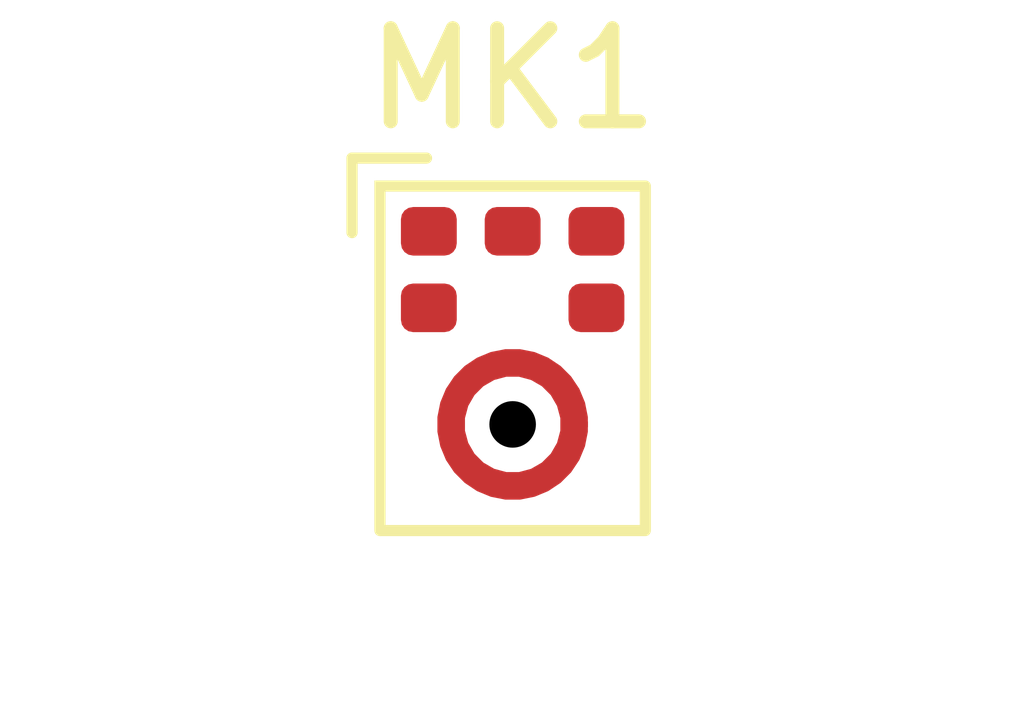
<source format=kicad_pcb>
(kicad_pcb (version 20221018) (generator pcbnew)
  (layers (0 "F.Cu" signal) (31 "B.Cu" signal) (34 "B.Paste" user) (35 "F.Paste" user) (36 "B.SilkS" user "B.Silkscreen") (37 "F.SilkS" user "F.Silkscreen") (38 "B.Mask" user) (39 "F.Mask" user) (44 "Edge.Cuts" user))
  (net 0 "")
  (net 3 "Net-(MK1-GND)")
  (net 5 "Net-(MK1-VDD)")
  (net 6 "Net-(MK1-DATA)")
  (footprint "Sensor_Audio:Knowles_SPH0645LM4H-6_3.5x2.65mm" (layer "F.Cu") (at 1.785 2.21)
    (fp_text reference "MK1" (at 0 -3 unlocked) (layer "F.SilkS"))
    (fp_text value "SPH0645LM4H")
    (fp_line (start -1.725 -2.15) (end -1.725 -1.35) (stroke (width 0.12)) (layer "F.SilkS"))
    (fp_line (start -0.925 -2.15) (end -1.725 -2.15) (stroke (width 0.12)) (layer "F.SilkS"))
    (fp_rect (start -1.425 -1.85) (end 1.425 1.85) (stroke (width 0.12)) (fill none) (layer "F.SilkS"))
    (pad "" np_thru_hole circle (at 0 0.71) (size 0.5 0.5) (drill 0.5) (layers "*.Mask"))
    (pad "1" smd roundrect (at -0.9 -1.364) (size 0.6 0.522) (layers "F.Cu" "F.Paste" "F.Mask"))
    (pad "2" smd roundrect (at -0.9 -0.542) (size 0.6 0.522) (layers "F.Cu" "F.Paste" "F.Mask"))
    (pad "3" smd custom (at 0.662 0.71 90) (size 0.3 0.3) (layers "F.Cu" "F.Mask") (net 3 "Net-(MK1-GND)") (options (clearance outline) (anchor circle)) (primitives (gr_circle (center 0 -0.662) (end 0.662 -0.662) (width 0.3) (fill none))))
    (pad "4" smd roundrect (at 0.9 -0.542) (size 0.6 0.522) (layers "F.Cu" "F.Paste" "F.Mask"))
    (pad "5" smd roundrect (at 0.9 -1.364) (size 0.6 0.522) (layers "F.Cu" "F.Paste" "F.Mask") (net 5 "Net-(MK1-VDD)"))
    (pad "6" smd roundrect (at 0 -1.364) (size 0.6 0.522) (layers "F.Cu" "F.Paste" "F.Mask") (net 6 "Net-(MK1-DATA)"))
  )
)
</source>
